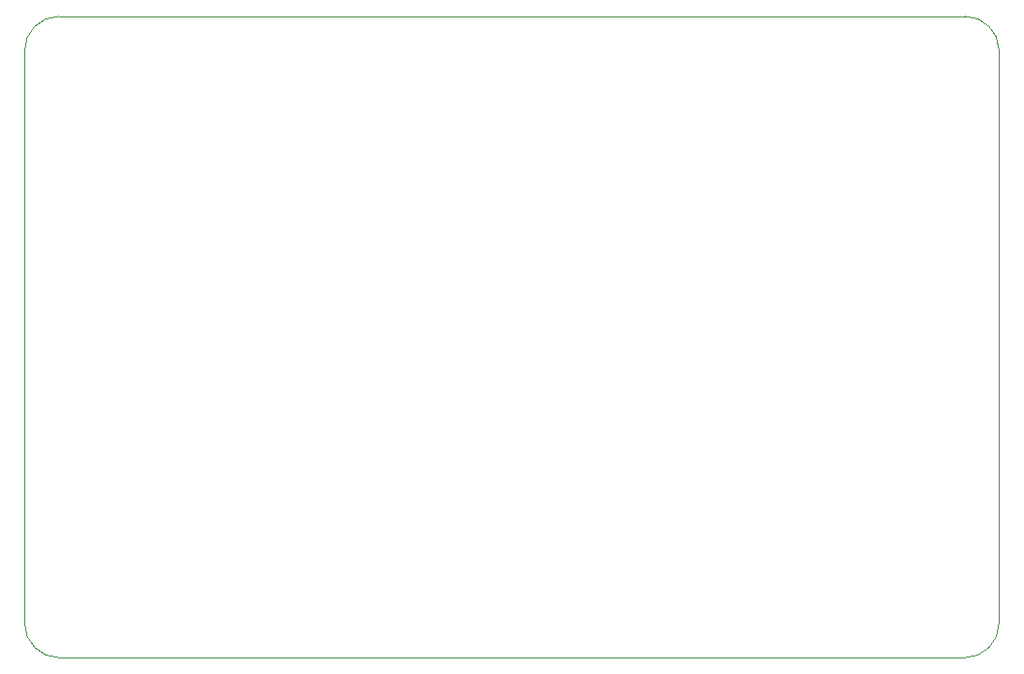
<source format=gm1>
G04 #@! TF.GenerationSoftware,KiCad,Pcbnew,(5.1.5)-3*
G04 #@! TF.CreationDate,2020-03-31T15:27:33+09:00*
G04 #@! TF.ProjectId,CAL_V_Simulation_circuit,43414c5f-565f-4536-996d-756c6174696f,rev?*
G04 #@! TF.SameCoordinates,Original*
G04 #@! TF.FileFunction,Profile,NP*
%FSLAX46Y46*%
G04 Gerber Fmt 4.6, Leading zero omitted, Abs format (unit mm)*
G04 Created by KiCad (PCBNEW (5.1.5)-3) date 2020-03-31 15:27:33*
%MOMM*%
%LPD*%
G04 APERTURE LIST*
%ADD10C,0.050000*%
G04 APERTURE END LIST*
D10*
X53000000Y-94000000D02*
X132000000Y-94000000D01*
X50000000Y-97000000D02*
G75*
G02X53000000Y-94000000I3000000J0D01*
G01*
X132000000Y-94000000D02*
G75*
G02X135000000Y-97000000I0J-3000000D01*
G01*
X135000000Y-147000000D02*
X135000000Y-97000000D01*
X135000000Y-147000000D02*
G75*
G02X132000000Y-150000000I-3000000J0D01*
G01*
X53000000Y-150000000D02*
X132000000Y-150000000D01*
X53000000Y-150000000D02*
G75*
G02X50000000Y-147000000I0J3000000D01*
G01*
X50000000Y-147000000D02*
X50000000Y-97000000D01*
M02*

</source>
